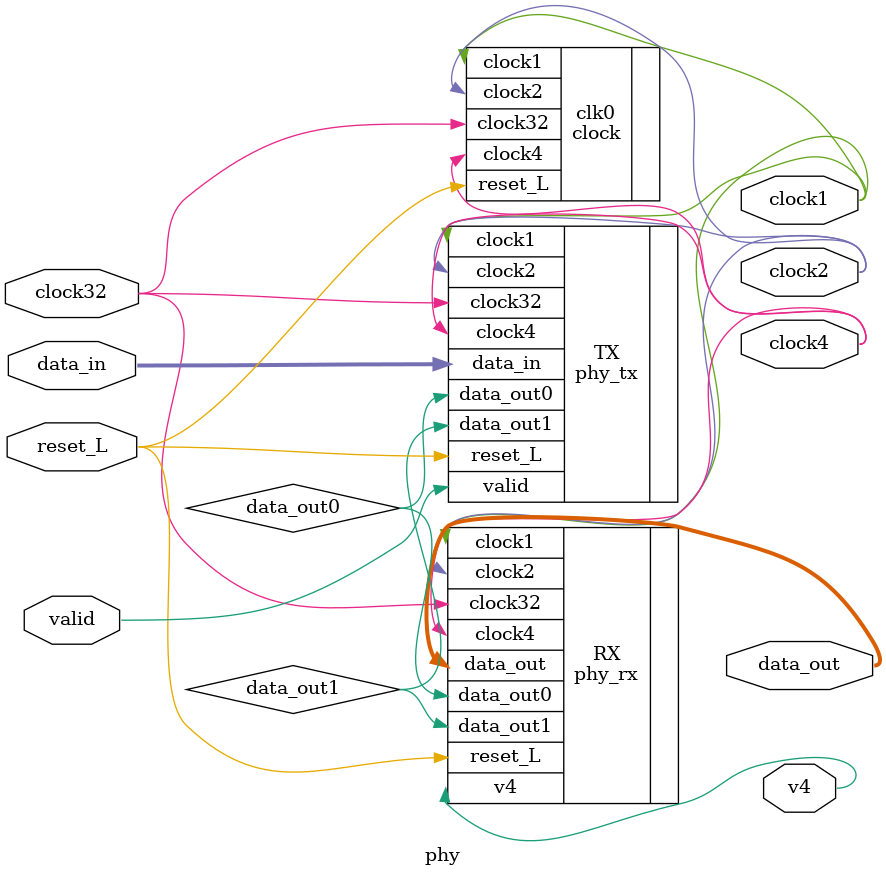
<source format=v>

`include "clock.v"
`include "phy_rx.v"
`include "phy_tx.v"



module phy(
	   input 	clock32,
	   input 	reset_L,
	   input [31:0] data_in,
	   input 	valid,

	  output  [31:0] 	data_out,
	   output  	v4,
	   output clock1,clock2,clock4);

wire input1,reset_L;
wire valid0,valid1,valid2,valid3,valid4,valid5;

wire [31:0] data_in,lane_0,lane_1,ulane0,ulane1t;
wire [15:0] counterBC1,counterBC2;
wire [7:0] lane_2,lane_3,data2sent0,data2sent1,w0,w1;
wire data_out0,data_out1,v0,v1,v2,v3;
   
//generador relojes
   
clock clk0(/*AUTOINST*/
	   // Outputs
	   .clock4			(clock4),
	   .clock2			(clock2),
	   .clock1			(clock1),
	   // Inputs
	   .clock32			(clock32),
	   .reset_L			(reset_L));


phy_tx TX(/*AUTOINST*/
	  // Outputs
	  .data_out1			(data_out1),
	  .data_out0			(data_out0),
	  // Inputs
	  .data_in			(data_in[31:0]),
	  .valid			(valid),
	  .reset_L			(reset_L),
	  .clock1			(clock1),
	  .clock2			(clock2),
	  .clock4			(clock4),
	  .clock32			(clock32));

   
phy_rx RX(/*AUTOINST*/
	  // Outputs
	  .data_out			(data_out[31:0]),
	  .v4				(v4),
	  // Inputs
	  .reset_L			(reset_L),
	  .clock1			(clock1),
	  .clock2			(clock2),
	  .clock4			(clock4),
	  .clock32			(clock32),
	  .data_out1			(data_out1),
	  .data_out0			(data_out0));
   
   
endmodule

</source>
